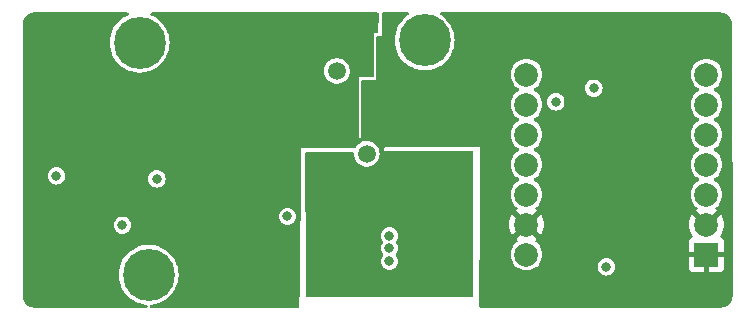
<source format=gbr>
%TF.GenerationSoftware,KiCad,Pcbnew,7.0.9*%
%TF.CreationDate,2024-04-30T03:57:03-04:00*%
%TF.ProjectId,5.2_5V,352e325f-3556-42e6-9b69-6361645f7063,rev?*%
%TF.SameCoordinates,Original*%
%TF.FileFunction,Copper,L2,Inr*%
%TF.FilePolarity,Positive*%
%FSLAX46Y46*%
G04 Gerber Fmt 4.6, Leading zero omitted, Abs format (unit mm)*
G04 Created by KiCad (PCBNEW 7.0.9) date 2024-04-30 03:57:03*
%MOMM*%
%LPD*%
G01*
G04 APERTURE LIST*
%TA.AperFunction,ComponentPad*%
%ADD10R,2.000000X2.000000*%
%TD*%
%TA.AperFunction,ComponentPad*%
%ADD11C,2.000000*%
%TD*%
%TA.AperFunction,ComponentPad*%
%ADD12C,4.400000*%
%TD*%
%TA.AperFunction,ViaPad*%
%ADD13C,0.800000*%
%TD*%
%TA.AperFunction,ViaPad*%
%ADD14C,1.500000*%
%TD*%
G04 APERTURE END LIST*
D10*
%TO.N,GND*%
%TO.C,U3*%
X183432500Y-52380000D03*
D11*
X183432500Y-49840000D03*
%TO.N,DRDY*%
X183432500Y-47300000D03*
%TO.N,CS*%
X183432500Y-44760000D03*
%TO.N,Net-(U3-PA8_A4_D4_SDA)*%
X183432500Y-42220000D03*
X183432500Y-39680000D03*
X183432500Y-37140000D03*
X168192500Y-37140000D03*
%TO.N,SCLK*%
X168192500Y-39680000D03*
%TO.N,DOUT*%
X168192500Y-42220000D03*
%TO.N,DIN*%
X168192500Y-44760000D03*
%TO.N,3V3*%
X168192500Y-47300000D03*
%TO.N,GND*%
X168192500Y-49840000D03*
%TO.N,Net-(D1-K)*%
X168192500Y-52380000D03*
%TD*%
D12*
%TO.N,N/C*%
%TO.C,H3*%
X159562800Y-34239200D03*
%TD*%
%TO.N,N/C*%
%TO.C,H2*%
X136194800Y-54102000D03*
%TD*%
%TO.N,N/C*%
%TO.C,H1*%
X135432800Y-34442400D03*
%TD*%
D13*
%TO.N,GND*%
X142494000Y-36195000D03*
%TO.N,5V*%
X128397000Y-45720000D03*
X174950000Y-53425000D03*
X147955000Y-49149000D03*
X156591000Y-50800000D03*
X136906000Y-45974000D03*
X156591000Y-51816000D03*
X156591000Y-52959000D03*
X133975000Y-49900000D03*
%TO.N,GND*%
X128016000Y-44323000D03*
X158877000Y-45974000D03*
X153150000Y-38925000D03*
X140462000Y-46228000D03*
X141732000Y-55753000D03*
X155075000Y-33100000D03*
X129875000Y-53594000D03*
X159131000Y-54864000D03*
X135382000Y-38608000D03*
X147193000Y-39116000D03*
X132470000Y-49493844D03*
X167375000Y-56150000D03*
X151892000Y-32639000D03*
X154425000Y-36825000D03*
X164829819Y-43958181D03*
D14*
%TO.N,Net-(PS2-+VIN_(VCC))*%
X154675700Y-43850700D03*
X152146000Y-36830000D03*
D13*
%TO.N,Net-(U3-PA8_A4_D4_SDA)*%
X170675000Y-39450000D03*
X173900000Y-38300000D03*
%TD*%
%TA.AperFunction,Conductor*%
%TO.N,GND*%
G36*
X134453973Y-31897185D02*
G01*
X134499728Y-31949989D01*
X134509672Y-32019147D01*
X134480647Y-32082703D01*
X134432581Y-32116792D01*
X134353243Y-32148203D01*
X134353242Y-32148204D01*
X134074210Y-32301604D01*
X134074198Y-32301611D01*
X133816618Y-32488754D01*
X133816608Y-32488762D01*
X133584499Y-32706727D01*
X133381531Y-32952073D01*
X133210923Y-33220909D01*
X133210920Y-33220915D01*
X133075351Y-33509012D01*
X133075349Y-33509017D01*
X132976955Y-33811841D01*
X132917289Y-34124620D01*
X132917288Y-34124627D01*
X132897297Y-34442394D01*
X132897297Y-34442405D01*
X132917288Y-34760172D01*
X132917289Y-34760179D01*
X132976955Y-35072958D01*
X133075349Y-35375782D01*
X133075351Y-35375787D01*
X133210920Y-35663884D01*
X133210923Y-35663890D01*
X133381531Y-35932726D01*
X133381534Y-35932730D01*
X133381535Y-35932731D01*
X133584498Y-36178071D01*
X133799517Y-36379988D01*
X133816608Y-36396037D01*
X133816618Y-36396045D01*
X134074198Y-36583188D01*
X134074203Y-36583190D01*
X134074210Y-36583196D01*
X134353235Y-36736592D01*
X134353240Y-36736594D01*
X134353242Y-36736595D01*
X134353243Y-36736596D01*
X134649282Y-36853806D01*
X134649285Y-36853807D01*
X134752088Y-36880202D01*
X134957694Y-36932992D01*
X135112380Y-36952533D01*
X135273584Y-36972899D01*
X135273590Y-36972899D01*
X135273594Y-36972900D01*
X135273596Y-36972900D01*
X135592004Y-36972900D01*
X135592006Y-36972900D01*
X135592011Y-36972899D01*
X135592015Y-36972899D01*
X135675876Y-36962304D01*
X135907906Y-36932992D01*
X136216314Y-36853807D01*
X136276444Y-36830000D01*
X151060871Y-36830000D01*
X151079346Y-37029391D01*
X151079347Y-37029393D01*
X151134145Y-37221989D01*
X151134151Y-37222004D01*
X151223401Y-37401241D01*
X151223406Y-37401249D01*
X151344081Y-37561049D01*
X151471386Y-37677102D01*
X151492064Y-37695952D01*
X151662316Y-37801368D01*
X151849040Y-37873705D01*
X152045877Y-37910500D01*
X152045879Y-37910500D01*
X152246121Y-37910500D01*
X152246123Y-37910500D01*
X152442960Y-37873705D01*
X152629684Y-37801368D01*
X152799936Y-37695952D01*
X152947920Y-37561047D01*
X153068595Y-37401247D01*
X153157853Y-37221994D01*
X153212653Y-37029392D01*
X153231129Y-36830000D01*
X153225541Y-36769700D01*
X153212653Y-36630608D01*
X153212652Y-36630606D01*
X153199162Y-36583195D01*
X153157853Y-36438006D01*
X153136955Y-36396037D01*
X153068598Y-36258758D01*
X153068593Y-36258750D01*
X152947918Y-36098950D01*
X152799937Y-35964049D01*
X152799936Y-35964048D01*
X152735101Y-35923903D01*
X152629685Y-35858632D01*
X152629683Y-35858631D01*
X152489741Y-35804418D01*
X152442960Y-35786295D01*
X152246123Y-35749500D01*
X152045877Y-35749500D01*
X151849040Y-35786295D01*
X151849037Y-35786295D01*
X151849037Y-35786296D01*
X151662316Y-35858631D01*
X151662314Y-35858632D01*
X151492062Y-35964049D01*
X151344081Y-36098950D01*
X151223406Y-36258750D01*
X151223401Y-36258758D01*
X151134151Y-36437995D01*
X151134145Y-36438010D01*
X151079347Y-36630606D01*
X151079346Y-36630608D01*
X151060871Y-36829999D01*
X151060871Y-36830000D01*
X136276444Y-36830000D01*
X136512356Y-36736596D01*
X136512357Y-36736595D01*
X136512355Y-36736595D01*
X136512365Y-36736592D01*
X136791390Y-36583196D01*
X137048990Y-36396039D01*
X137281102Y-36178071D01*
X137484065Y-35932731D01*
X137654678Y-35663888D01*
X137790251Y-35375781D01*
X137888646Y-35072954D01*
X137948310Y-34760183D01*
X137961094Y-34556983D01*
X137968303Y-34442405D01*
X137968303Y-34442394D01*
X137948311Y-34124627D01*
X137948310Y-34124620D01*
X137948310Y-34124617D01*
X137888646Y-33811846D01*
X137790251Y-33509019D01*
X137654678Y-33220912D01*
X137625263Y-33174561D01*
X137484068Y-32952073D01*
X137421962Y-32877000D01*
X137281102Y-32706729D01*
X137258281Y-32685299D01*
X137048991Y-32488762D01*
X137048981Y-32488754D01*
X136791401Y-32301611D01*
X136791394Y-32301606D01*
X136791390Y-32301604D01*
X136512365Y-32148208D01*
X136512362Y-32148206D01*
X136512357Y-32148204D01*
X136512356Y-32148203D01*
X136433019Y-32116792D01*
X136377933Y-32073811D01*
X136354830Y-32007872D01*
X136371043Y-31939910D01*
X136421426Y-31891502D01*
X136478666Y-31877500D01*
X155564979Y-31877500D01*
X155632018Y-31897185D01*
X155677773Y-31949989D01*
X155688953Y-32004047D01*
X155657529Y-33533547D01*
X155636471Y-33600168D01*
X155582739Y-33644829D01*
X155533555Y-33655000D01*
X155321000Y-33655000D01*
X155321000Y-37214000D01*
X155301315Y-37281039D01*
X155248511Y-37326794D01*
X155197000Y-37338000D01*
X154263679Y-37338000D01*
X154222131Y-37325800D01*
X154200000Y-37325800D01*
X154000000Y-37325800D01*
X154000000Y-42535800D01*
X154174999Y-42535800D01*
X154175000Y-42535800D01*
X154195342Y-38296647D01*
X154198131Y-37715405D01*
X154218137Y-37648461D01*
X154271160Y-37602960D01*
X154322130Y-37592000D01*
X155448000Y-37592000D01*
X155448000Y-34033000D01*
X155467685Y-33965961D01*
X155520489Y-33920206D01*
X155572000Y-33909000D01*
X155724712Y-33909000D01*
X155736004Y-33902834D01*
X155762362Y-33900000D01*
X155956000Y-33900000D01*
X155956000Y-32001500D01*
X155975685Y-31934461D01*
X156028489Y-31888706D01*
X156080000Y-31877500D01*
X158126625Y-31877500D01*
X158193664Y-31897185D01*
X158239419Y-31949989D01*
X158249363Y-32019147D01*
X158220338Y-32082703D01*
X158199510Y-32101818D01*
X157946618Y-32285554D01*
X157946608Y-32285562D01*
X157714499Y-32503527D01*
X157511531Y-32748873D01*
X157340923Y-33017709D01*
X157340920Y-33017715D01*
X157205351Y-33305812D01*
X157205349Y-33305817D01*
X157106955Y-33608641D01*
X157047289Y-33921420D01*
X157047288Y-33921427D01*
X157027297Y-34239194D01*
X157027297Y-34239205D01*
X157047288Y-34556972D01*
X157047289Y-34556979D01*
X157106955Y-34869758D01*
X157205349Y-35172582D01*
X157205351Y-35172587D01*
X157340920Y-35460684D01*
X157340923Y-35460690D01*
X157511531Y-35729526D01*
X157511534Y-35729530D01*
X157511535Y-35729531D01*
X157705544Y-35964048D01*
X157714499Y-35974872D01*
X157946608Y-36192837D01*
X157946618Y-36192845D01*
X158204198Y-36379988D01*
X158204203Y-36379990D01*
X158204210Y-36379996D01*
X158483235Y-36533392D01*
X158483240Y-36533394D01*
X158483242Y-36533395D01*
X158483243Y-36533396D01*
X158779282Y-36650606D01*
X158779285Y-36650607D01*
X158882088Y-36677002D01*
X159087694Y-36729792D01*
X159242380Y-36749333D01*
X159403584Y-36769699D01*
X159403590Y-36769699D01*
X159403594Y-36769700D01*
X159403596Y-36769700D01*
X159722004Y-36769700D01*
X159722006Y-36769700D01*
X159722011Y-36769699D01*
X159722015Y-36769699D01*
X159805876Y-36759104D01*
X160037906Y-36729792D01*
X160346314Y-36650607D01*
X160516575Y-36583196D01*
X160642356Y-36533396D01*
X160642357Y-36533395D01*
X160642355Y-36533395D01*
X160642365Y-36533392D01*
X160921390Y-36379996D01*
X161178990Y-36192839D01*
X161411102Y-35974871D01*
X161614065Y-35729531D01*
X161784678Y-35460688D01*
X161920251Y-35172581D01*
X162018646Y-34869754D01*
X162078310Y-34556983D01*
X162085519Y-34442400D01*
X162098303Y-34239205D01*
X162098303Y-34239194D01*
X162078311Y-33921427D01*
X162078310Y-33921420D01*
X162078310Y-33921417D01*
X162018646Y-33608646D01*
X161920251Y-33305819D01*
X161784678Y-33017712D01*
X161695697Y-32877500D01*
X161614068Y-32748873D01*
X161614065Y-32748869D01*
X161411102Y-32503529D01*
X161178990Y-32285561D01*
X161178987Y-32285559D01*
X161178981Y-32285554D01*
X160926090Y-32101818D01*
X160883424Y-32046488D01*
X160877445Y-31976875D01*
X160910051Y-31915080D01*
X160970889Y-31880723D01*
X160998975Y-31877500D01*
X184607793Y-31877500D01*
X184613195Y-31877735D01*
X184656019Y-31881482D01*
X184782271Y-31893918D01*
X184802185Y-31897541D01*
X184868849Y-31915403D01*
X184962070Y-31943682D01*
X184978471Y-31949958D01*
X184979348Y-31950367D01*
X185045911Y-31981406D01*
X185048875Y-31982888D01*
X185083696Y-32001500D01*
X185132827Y-32027762D01*
X185139167Y-32031657D01*
X185205328Y-32077983D01*
X185209100Y-32080844D01*
X185281308Y-32140103D01*
X185285809Y-32144182D01*
X185343315Y-32201688D01*
X185347395Y-32206190D01*
X185406654Y-32278398D01*
X185409515Y-32282170D01*
X185455841Y-32348331D01*
X185459736Y-32354671D01*
X185504601Y-32438605D01*
X185506114Y-32441631D01*
X185537540Y-32509027D01*
X185543819Y-32525435D01*
X185572101Y-32618669D01*
X185589954Y-32685299D01*
X185593582Y-32705238D01*
X185606023Y-32831554D01*
X185609764Y-32874302D01*
X185610000Y-32879710D01*
X185610000Y-32927916D01*
X185610089Y-32928738D01*
X185649495Y-55867355D01*
X185649259Y-55872869D01*
X185645489Y-55915952D01*
X185633109Y-56041756D01*
X185629480Y-56061706D01*
X185611460Y-56128961D01*
X185583374Y-56221542D01*
X185577098Y-56237946D01*
X185545482Y-56305752D01*
X185543969Y-56308778D01*
X185499340Y-56392277D01*
X185495445Y-56398617D01*
X185448905Y-56465089D01*
X185446044Y-56468861D01*
X185387057Y-56540744D01*
X185382968Y-56545257D01*
X185325226Y-56603002D01*
X185320716Y-56607089D01*
X185248845Y-56666079D01*
X185245075Y-56668940D01*
X185178606Y-56715491D01*
X185172264Y-56719387D01*
X185088765Y-56764025D01*
X185085742Y-56765537D01*
X185017937Y-56797162D01*
X185001529Y-56803442D01*
X184908956Y-56831534D01*
X184900731Y-56833738D01*
X184841692Y-56849563D01*
X184821757Y-56853193D01*
X184697205Y-56865474D01*
X184652608Y-56869381D01*
X184647201Y-56869618D01*
X164335015Y-56872022D01*
X164267973Y-56852345D01*
X164222212Y-56799547D01*
X164211000Y-56748022D01*
X164211000Y-56001466D01*
X164184171Y-55952333D01*
X164181340Y-55925061D01*
X164226457Y-49840005D01*
X166687359Y-49840005D01*
X166707885Y-50087729D01*
X166707887Y-50087738D01*
X166768912Y-50328717D01*
X166868766Y-50556364D01*
X166969064Y-50709882D01*
X167701366Y-49977580D01*
X167723818Y-50054040D01*
X167803105Y-50177413D01*
X167913938Y-50273451D01*
X168047339Y-50334373D01*
X168051134Y-50334918D01*
X167322442Y-51063609D01*
X167322442Y-51063610D01*
X167369264Y-51100053D01*
X167369267Y-51100055D01*
X167379762Y-51105734D01*
X167429354Y-51154952D01*
X167444464Y-51223168D01*
X167420294Y-51288724D01*
X167391872Y-51316364D01*
X167334006Y-51356882D01*
X167169386Y-51521502D01*
X167169381Y-51521508D01*
X167035852Y-51712207D01*
X167035851Y-51712209D01*
X166937464Y-51923202D01*
X166937460Y-51923211D01*
X166877208Y-52148076D01*
X166877208Y-52148080D01*
X166856918Y-52379997D01*
X166856918Y-52380002D01*
X166877208Y-52611919D01*
X166877208Y-52611923D01*
X166937460Y-52836788D01*
X166937462Y-52836792D01*
X166937463Y-52836796D01*
X166957850Y-52880515D01*
X167035851Y-53047790D01*
X167035852Y-53047792D01*
X167169381Y-53238491D01*
X167169386Y-53238497D01*
X167334002Y-53403113D01*
X167334008Y-53403118D01*
X167524707Y-53536647D01*
X167524709Y-53536648D01*
X167735704Y-53635037D01*
X167960579Y-53695292D01*
X168155182Y-53712317D01*
X168192498Y-53715582D01*
X168192500Y-53715582D01*
X168192502Y-53715582D01*
X168222561Y-53712951D01*
X168424421Y-53695292D01*
X168649296Y-53635037D01*
X168860291Y-53536648D01*
X169019737Y-53425003D01*
X174214878Y-53425003D01*
X174233307Y-53588574D01*
X174287676Y-53743953D01*
X174287677Y-53743955D01*
X174287678Y-53743957D01*
X174375258Y-53883341D01*
X174491659Y-53999742D01*
X174631043Y-54087322D01*
X174786420Y-54141691D01*
X174786423Y-54141691D01*
X174786425Y-54141692D01*
X174949996Y-54160122D01*
X174950000Y-54160122D01*
X174950004Y-54160122D01*
X175113574Y-54141692D01*
X175113575Y-54141691D01*
X175113580Y-54141691D01*
X175268957Y-54087322D01*
X175408341Y-53999742D01*
X175524742Y-53883341D01*
X175612322Y-53743957D01*
X175666691Y-53588580D01*
X175666692Y-53588574D01*
X175685122Y-53425003D01*
X175685122Y-53424996D01*
X175666692Y-53261425D01*
X175666691Y-53261423D01*
X175666691Y-53261420D01*
X175612322Y-53106043D01*
X175524742Y-52966659D01*
X175408341Y-52850258D01*
X175268957Y-52762678D01*
X175268956Y-52762677D01*
X175268955Y-52762677D01*
X175268953Y-52762676D01*
X175113574Y-52708307D01*
X174950004Y-52689878D01*
X174949996Y-52689878D01*
X174786425Y-52708307D01*
X174631046Y-52762676D01*
X174631044Y-52762677D01*
X174491658Y-52850258D01*
X174375258Y-52966658D01*
X174287677Y-53106044D01*
X174287676Y-53106046D01*
X174233307Y-53261425D01*
X174214878Y-53424996D01*
X174214878Y-53425003D01*
X169019737Y-53425003D01*
X169050996Y-53403115D01*
X169215615Y-53238496D01*
X169349148Y-53047791D01*
X169447537Y-52836796D01*
X169507792Y-52611921D01*
X169528082Y-52380000D01*
X169507792Y-52148079D01*
X169447537Y-51923204D01*
X169349148Y-51712209D01*
X169334012Y-51690593D01*
X169215618Y-51521508D01*
X169215613Y-51521502D01*
X169050997Y-51356886D01*
X169050988Y-51356878D01*
X168993128Y-51316364D01*
X168949503Y-51261787D01*
X168942311Y-51192289D01*
X168973834Y-51129934D01*
X169005240Y-51105732D01*
X169015732Y-51100054D01*
X169062556Y-51063609D01*
X168333865Y-50334918D01*
X168337661Y-50334373D01*
X168471062Y-50273451D01*
X168581895Y-50177413D01*
X168661182Y-50054040D01*
X168683632Y-49977580D01*
X169415934Y-50709882D01*
X169516231Y-50556369D01*
X169616087Y-50328717D01*
X169677112Y-50087738D01*
X169677114Y-50087729D01*
X169697641Y-49840005D01*
X181927359Y-49840005D01*
X181947885Y-50087729D01*
X181947887Y-50087738D01*
X182008912Y-50328717D01*
X182108767Y-50556367D01*
X182239959Y-50757172D01*
X182260146Y-50824061D01*
X182240966Y-50891247D01*
X182195582Y-50933822D01*
X182190412Y-50936645D01*
X182075312Y-51022809D01*
X182075309Y-51022812D01*
X181989149Y-51137906D01*
X181989145Y-51137913D01*
X181938903Y-51272620D01*
X181938901Y-51272627D01*
X181932500Y-51332155D01*
X181932500Y-52130000D01*
X182986928Y-52130000D01*
X182963818Y-52165960D01*
X182922500Y-52306673D01*
X182922500Y-52453327D01*
X182963818Y-52594040D01*
X182986928Y-52630000D01*
X181932500Y-52630000D01*
X181932500Y-53427844D01*
X181938901Y-53487372D01*
X181938903Y-53487379D01*
X181989145Y-53622086D01*
X181989149Y-53622093D01*
X182075309Y-53737187D01*
X182075312Y-53737190D01*
X182190406Y-53823350D01*
X182190413Y-53823354D01*
X182325120Y-53873596D01*
X182325127Y-53873598D01*
X182384655Y-53879999D01*
X182384672Y-53880000D01*
X183182500Y-53880000D01*
X183182500Y-52826494D01*
X183287339Y-52874373D01*
X183396027Y-52890000D01*
X183468973Y-52890000D01*
X183577661Y-52874373D01*
X183682500Y-52826494D01*
X183682500Y-53880000D01*
X184480328Y-53880000D01*
X184480344Y-53879999D01*
X184539872Y-53873598D01*
X184539879Y-53873596D01*
X184674586Y-53823354D01*
X184674593Y-53823350D01*
X184789687Y-53737190D01*
X184789690Y-53737187D01*
X184875850Y-53622093D01*
X184875854Y-53622086D01*
X184926096Y-53487379D01*
X184926098Y-53487372D01*
X184932499Y-53427844D01*
X184932500Y-53427827D01*
X184932500Y-52630000D01*
X183878072Y-52630000D01*
X183901182Y-52594040D01*
X183942500Y-52453327D01*
X183942500Y-52306673D01*
X183901182Y-52165960D01*
X183878072Y-52130000D01*
X184932500Y-52130000D01*
X184932500Y-51332172D01*
X184932499Y-51332155D01*
X184926098Y-51272627D01*
X184926096Y-51272620D01*
X184875854Y-51137913D01*
X184875850Y-51137906D01*
X184789690Y-51022812D01*
X184789687Y-51022809D01*
X184674588Y-50936645D01*
X184669421Y-50933824D01*
X184620016Y-50884418D01*
X184605165Y-50816145D01*
X184625040Y-50757171D01*
X184756233Y-50556364D01*
X184856087Y-50328717D01*
X184917112Y-50087738D01*
X184917114Y-50087729D01*
X184937641Y-49840005D01*
X184937641Y-49839994D01*
X184917114Y-49592270D01*
X184917112Y-49592261D01*
X184856087Y-49351282D01*
X184756231Y-49123630D01*
X184655934Y-48970116D01*
X183923632Y-49702418D01*
X183901182Y-49625960D01*
X183821895Y-49502587D01*
X183711062Y-49406549D01*
X183577661Y-49345627D01*
X183573866Y-49345081D01*
X184302557Y-48616390D01*
X184302556Y-48616389D01*
X184255729Y-48579943D01*
X184245235Y-48574264D01*
X184195644Y-48525044D01*
X184180536Y-48456828D01*
X184204706Y-48391272D01*
X184233129Y-48363634D01*
X184243871Y-48356111D01*
X184290996Y-48323115D01*
X184455615Y-48158496D01*
X184589148Y-47967791D01*
X184687537Y-47756796D01*
X184747792Y-47531921D01*
X184768082Y-47300000D01*
X184747792Y-47068079D01*
X184687537Y-46843204D01*
X184589148Y-46632209D01*
X184465150Y-46455122D01*
X184455618Y-46441508D01*
X184455613Y-46441502D01*
X184290997Y-46276886D01*
X184290991Y-46276881D01*
X184100292Y-46143352D01*
X184098213Y-46142383D01*
X184097451Y-46141712D01*
X184095601Y-46140644D01*
X184095815Y-46140272D01*
X184045773Y-46096211D01*
X184026620Y-46029018D01*
X184046835Y-45962136D01*
X184095802Y-45919705D01*
X184095601Y-45919356D01*
X184097414Y-45918309D01*
X184098213Y-45917617D01*
X184098230Y-45917608D01*
X184100291Y-45916648D01*
X184290996Y-45783115D01*
X184455615Y-45618496D01*
X184589148Y-45427791D01*
X184687537Y-45216796D01*
X184747792Y-44991921D01*
X184768082Y-44760000D01*
X184747792Y-44528079D01*
X184687537Y-44303204D01*
X184589148Y-44092209D01*
X184559657Y-44050092D01*
X184455618Y-43901508D01*
X184455613Y-43901502D01*
X184290997Y-43736886D01*
X184290991Y-43736881D01*
X184100292Y-43603352D01*
X184098213Y-43602383D01*
X184097451Y-43601712D01*
X184095601Y-43600644D01*
X184095815Y-43600272D01*
X184045773Y-43556211D01*
X184026620Y-43489018D01*
X184046835Y-43422136D01*
X184095802Y-43379705D01*
X184095601Y-43379356D01*
X184097414Y-43378309D01*
X184098213Y-43377617D01*
X184098230Y-43377608D01*
X184100291Y-43376648D01*
X184290996Y-43243115D01*
X184455615Y-43078496D01*
X184589148Y-42887791D01*
X184687537Y-42676796D01*
X184747792Y-42451921D01*
X184768082Y-42220000D01*
X184747792Y-41988079D01*
X184687537Y-41763204D01*
X184589148Y-41552209D01*
X184455615Y-41361504D01*
X184290996Y-41196885D01*
X184290994Y-41196884D01*
X184290991Y-41196881D01*
X184100292Y-41063352D01*
X184098213Y-41062383D01*
X184097451Y-41061712D01*
X184095601Y-41060644D01*
X184095815Y-41060272D01*
X184045773Y-41016211D01*
X184026620Y-40949018D01*
X184046835Y-40882136D01*
X184095802Y-40839705D01*
X184095601Y-40839356D01*
X184097414Y-40838309D01*
X184098213Y-40837617D01*
X184098230Y-40837608D01*
X184100291Y-40836648D01*
X184290996Y-40703115D01*
X184455615Y-40538496D01*
X184589148Y-40347791D01*
X184687537Y-40136796D01*
X184747792Y-39911921D01*
X184768082Y-39680000D01*
X184747792Y-39448079D01*
X184687537Y-39223204D01*
X184589148Y-39012209D01*
X184554217Y-38962323D01*
X184455618Y-38821508D01*
X184455613Y-38821502D01*
X184290997Y-38656886D01*
X184290991Y-38656881D01*
X184100292Y-38523352D01*
X184098213Y-38522383D01*
X184097451Y-38521712D01*
X184095601Y-38520644D01*
X184095815Y-38520272D01*
X184045773Y-38476211D01*
X184026620Y-38409018D01*
X184046835Y-38342136D01*
X184095802Y-38299705D01*
X184095601Y-38299356D01*
X184097414Y-38298309D01*
X184098213Y-38297617D01*
X184098230Y-38297608D01*
X184100291Y-38296648D01*
X184290996Y-38163115D01*
X184455615Y-37998496D01*
X184589148Y-37807791D01*
X184687537Y-37596796D01*
X184747792Y-37371921D01*
X184768082Y-37140000D01*
X184747792Y-36908079D01*
X184687537Y-36683204D01*
X184589148Y-36472209D01*
X184535817Y-36396045D01*
X184455618Y-36281508D01*
X184455613Y-36281502D01*
X184290997Y-36116886D01*
X184290991Y-36116881D01*
X184100292Y-35983352D01*
X184100290Y-35983351D01*
X183991724Y-35932726D01*
X183889296Y-35884963D01*
X183889292Y-35884962D01*
X183889288Y-35884960D01*
X183664421Y-35824708D01*
X183432502Y-35804418D01*
X183432498Y-35804418D01*
X183277886Y-35817944D01*
X183200579Y-35824708D01*
X183200576Y-35824708D01*
X182975711Y-35884960D01*
X182975702Y-35884964D01*
X182764709Y-35983351D01*
X182764707Y-35983352D01*
X182574008Y-36116881D01*
X182574002Y-36116886D01*
X182409386Y-36281502D01*
X182409381Y-36281508D01*
X182275852Y-36472207D01*
X182275851Y-36472209D01*
X182177464Y-36683202D01*
X182177460Y-36683211D01*
X182117208Y-36908076D01*
X182117208Y-36908080D01*
X182096918Y-37139997D01*
X182096918Y-37140002D01*
X182117208Y-37371919D01*
X182117208Y-37371923D01*
X182177460Y-37596788D01*
X182177462Y-37596792D01*
X182177463Y-37596796D01*
X182196527Y-37637678D01*
X182275851Y-37807790D01*
X182275852Y-37807792D01*
X182397166Y-37981046D01*
X182409385Y-37998496D01*
X182574004Y-38163115D01*
X182764709Y-38296648D01*
X182766202Y-38297344D01*
X182766793Y-38297620D01*
X182767556Y-38298291D01*
X182769399Y-38299356D01*
X182769185Y-38299726D01*
X182819230Y-38343795D01*
X182838379Y-38410989D01*
X182818160Y-38477869D01*
X182769198Y-38520295D01*
X182769399Y-38520644D01*
X182767593Y-38521686D01*
X182766793Y-38522380D01*
X182764708Y-38523352D01*
X182764707Y-38523352D01*
X182574008Y-38656881D01*
X182574002Y-38656886D01*
X182409386Y-38821502D01*
X182409381Y-38821508D01*
X182275852Y-39012207D01*
X182275851Y-39012209D01*
X182177464Y-39223202D01*
X182177460Y-39223211D01*
X182117208Y-39448076D01*
X182117208Y-39448080D01*
X182096918Y-39679997D01*
X182096918Y-39680002D01*
X182117208Y-39911919D01*
X182117208Y-39911923D01*
X182177460Y-40136788D01*
X182177462Y-40136792D01*
X182177463Y-40136796D01*
X182191404Y-40166692D01*
X182275851Y-40347790D01*
X182275852Y-40347792D01*
X182409381Y-40538491D01*
X182409385Y-40538496D01*
X182574004Y-40703115D01*
X182764709Y-40836648D01*
X182766202Y-40837344D01*
X182766793Y-40837620D01*
X182767556Y-40838291D01*
X182769399Y-40839356D01*
X182769185Y-40839726D01*
X182819230Y-40883795D01*
X182838379Y-40950989D01*
X182818160Y-41017869D01*
X182769198Y-41060295D01*
X182769399Y-41060644D01*
X182767593Y-41061686D01*
X182766793Y-41062380D01*
X182764708Y-41063352D01*
X182764707Y-41063352D01*
X182574008Y-41196881D01*
X182574002Y-41196886D01*
X182409386Y-41361502D01*
X182409381Y-41361508D01*
X182275852Y-41552207D01*
X182275851Y-41552209D01*
X182177464Y-41763202D01*
X182177460Y-41763211D01*
X182117208Y-41988076D01*
X182117208Y-41988080D01*
X182096918Y-42219997D01*
X182096918Y-42220002D01*
X182117208Y-42451919D01*
X182117208Y-42451923D01*
X182177460Y-42676788D01*
X182177462Y-42676792D01*
X182177463Y-42676796D01*
X182221018Y-42770200D01*
X182275851Y-42887790D01*
X182275852Y-42887792D01*
X182409381Y-43078491D01*
X182409385Y-43078496D01*
X182574004Y-43243115D01*
X182764709Y-43376648D01*
X182766202Y-43377344D01*
X182766793Y-43377620D01*
X182767556Y-43378291D01*
X182769399Y-43379356D01*
X182769185Y-43379726D01*
X182819230Y-43423795D01*
X182838379Y-43490989D01*
X182818160Y-43557869D01*
X182769198Y-43600295D01*
X182769399Y-43600644D01*
X182767593Y-43601686D01*
X182766793Y-43602380D01*
X182764708Y-43603352D01*
X182764707Y-43603352D01*
X182574008Y-43736881D01*
X182574002Y-43736886D01*
X182409386Y-43901502D01*
X182409381Y-43901508D01*
X182275852Y-44092207D01*
X182275851Y-44092209D01*
X182177464Y-44303202D01*
X182177460Y-44303211D01*
X182117208Y-44528076D01*
X182117208Y-44528080D01*
X182100711Y-44716650D01*
X182096918Y-44760000D01*
X182108676Y-44894403D01*
X182117208Y-44991919D01*
X182117208Y-44991923D01*
X182177460Y-45216788D01*
X182177462Y-45216792D01*
X182177463Y-45216796D01*
X182221707Y-45311677D01*
X182275851Y-45427790D01*
X182275852Y-45427792D01*
X182409381Y-45618491D01*
X182409386Y-45618497D01*
X182574002Y-45783113D01*
X182574008Y-45783118D01*
X182613007Y-45810425D01*
X182764709Y-45916648D01*
X182766202Y-45917344D01*
X182766793Y-45917620D01*
X182767556Y-45918291D01*
X182769399Y-45919356D01*
X182769185Y-45919726D01*
X182819230Y-45963795D01*
X182838379Y-46030989D01*
X182818160Y-46097869D01*
X182769198Y-46140295D01*
X182769399Y-46140644D01*
X182767593Y-46141686D01*
X182766793Y-46142380D01*
X182764708Y-46143352D01*
X182764707Y-46143352D01*
X182574008Y-46276881D01*
X182574002Y-46276886D01*
X182409386Y-46441502D01*
X182409381Y-46441508D01*
X182275852Y-46632207D01*
X182275851Y-46632209D01*
X182177464Y-46843202D01*
X182177460Y-46843211D01*
X182117208Y-47068076D01*
X182117208Y-47068080D01*
X182096918Y-47299997D01*
X182096918Y-47300002D01*
X182117208Y-47531919D01*
X182117208Y-47531923D01*
X182177460Y-47756788D01*
X182177462Y-47756792D01*
X182177463Y-47756796D01*
X182226657Y-47862293D01*
X182275851Y-47967790D01*
X182275852Y-47967792D01*
X182409381Y-48158491D01*
X182409386Y-48158497D01*
X182574002Y-48323113D01*
X182574008Y-48323118D01*
X182631870Y-48363633D01*
X182675495Y-48418209D01*
X182682689Y-48487708D01*
X182651167Y-48550063D01*
X182619773Y-48574258D01*
X182609268Y-48579943D01*
X182562442Y-48616388D01*
X182562442Y-48616390D01*
X183291134Y-49345081D01*
X183287339Y-49345627D01*
X183153938Y-49406549D01*
X183043105Y-49502587D01*
X182963818Y-49625960D01*
X182941366Y-49702419D01*
X182209064Y-48970116D01*
X182108767Y-49123632D01*
X182008912Y-49351282D01*
X181947887Y-49592261D01*
X181947885Y-49592270D01*
X181927359Y-49839994D01*
X181927359Y-49840005D01*
X169697641Y-49840005D01*
X169697641Y-49839994D01*
X169677114Y-49592270D01*
X169677112Y-49592261D01*
X169616087Y-49351282D01*
X169516231Y-49123630D01*
X169415934Y-48970116D01*
X168683632Y-49702418D01*
X168661182Y-49625960D01*
X168581895Y-49502587D01*
X168471062Y-49406549D01*
X168337661Y-49345627D01*
X168333866Y-49345081D01*
X169062557Y-48616390D01*
X169062556Y-48616389D01*
X169015729Y-48579943D01*
X169005235Y-48574264D01*
X168955644Y-48525044D01*
X168940536Y-48456828D01*
X168964706Y-48391272D01*
X168993129Y-48363634D01*
X169003871Y-48356111D01*
X169050996Y-48323115D01*
X169215615Y-48158496D01*
X169349148Y-47967791D01*
X169447537Y-47756796D01*
X169507792Y-47531921D01*
X169528082Y-47300000D01*
X169507792Y-47068079D01*
X169447537Y-46843204D01*
X169349148Y-46632209D01*
X169225150Y-46455122D01*
X169215618Y-46441508D01*
X169215613Y-46441502D01*
X169050997Y-46276886D01*
X169050991Y-46276881D01*
X168860292Y-46143352D01*
X168858213Y-46142383D01*
X168857451Y-46141712D01*
X168855601Y-46140644D01*
X168855815Y-46140272D01*
X168805773Y-46096211D01*
X168786620Y-46029018D01*
X168806835Y-45962136D01*
X168855802Y-45919705D01*
X168855601Y-45919356D01*
X168857414Y-45918309D01*
X168858213Y-45917617D01*
X168858230Y-45917608D01*
X168860291Y-45916648D01*
X169050996Y-45783115D01*
X169215615Y-45618496D01*
X169349148Y-45427791D01*
X169447537Y-45216796D01*
X169507792Y-44991921D01*
X169528082Y-44760000D01*
X169507792Y-44528079D01*
X169447537Y-44303204D01*
X169349148Y-44092209D01*
X169319657Y-44050092D01*
X169215618Y-43901508D01*
X169215613Y-43901502D01*
X169050997Y-43736886D01*
X169050991Y-43736881D01*
X168860292Y-43603352D01*
X168858213Y-43602383D01*
X168857451Y-43601712D01*
X168855601Y-43600644D01*
X168855815Y-43600272D01*
X168805773Y-43556211D01*
X168786620Y-43489018D01*
X168806835Y-43422136D01*
X168855802Y-43379705D01*
X168855601Y-43379356D01*
X168857414Y-43378309D01*
X168858213Y-43377617D01*
X168858230Y-43377608D01*
X168860291Y-43376648D01*
X169050996Y-43243115D01*
X169215615Y-43078496D01*
X169349148Y-42887791D01*
X169447537Y-42676796D01*
X169507792Y-42451921D01*
X169528082Y-42220000D01*
X169507792Y-41988079D01*
X169447537Y-41763204D01*
X169349148Y-41552209D01*
X169215615Y-41361504D01*
X169050996Y-41196885D01*
X169050994Y-41196884D01*
X169050991Y-41196881D01*
X168860292Y-41063352D01*
X168858213Y-41062383D01*
X168857451Y-41061712D01*
X168855601Y-41060644D01*
X168855815Y-41060272D01*
X168805773Y-41016211D01*
X168786620Y-40949018D01*
X168806835Y-40882136D01*
X168855802Y-40839705D01*
X168855601Y-40839356D01*
X168857414Y-40838309D01*
X168858213Y-40837617D01*
X168858230Y-40837608D01*
X168860291Y-40836648D01*
X169050996Y-40703115D01*
X169215615Y-40538496D01*
X169349148Y-40347791D01*
X169447537Y-40136796D01*
X169507792Y-39911921D01*
X169528082Y-39680000D01*
X169507960Y-39450003D01*
X169939878Y-39450003D01*
X169958307Y-39613574D01*
X170012676Y-39768953D01*
X170012677Y-39768955D01*
X170012678Y-39768957D01*
X170100258Y-39908341D01*
X170216659Y-40024742D01*
X170356043Y-40112322D01*
X170511420Y-40166691D01*
X170511423Y-40166691D01*
X170511425Y-40166692D01*
X170674996Y-40185122D01*
X170675000Y-40185122D01*
X170675004Y-40185122D01*
X170838574Y-40166692D01*
X170838575Y-40166691D01*
X170838580Y-40166691D01*
X170993957Y-40112322D01*
X171133341Y-40024742D01*
X171249742Y-39908341D01*
X171337322Y-39768957D01*
X171391691Y-39613580D01*
X171410122Y-39450000D01*
X171409905Y-39448076D01*
X171391692Y-39286425D01*
X171391691Y-39286423D01*
X171391691Y-39286420D01*
X171337322Y-39131043D01*
X171249742Y-38991659D01*
X171133341Y-38875258D01*
X170993957Y-38787678D01*
X170993956Y-38787677D01*
X170993955Y-38787677D01*
X170993953Y-38787676D01*
X170838574Y-38733307D01*
X170675004Y-38714878D01*
X170674996Y-38714878D01*
X170511425Y-38733307D01*
X170356046Y-38787676D01*
X170356044Y-38787677D01*
X170216658Y-38875258D01*
X170100258Y-38991658D01*
X170012677Y-39131044D01*
X170012676Y-39131046D01*
X169958307Y-39286425D01*
X169939878Y-39449996D01*
X169939878Y-39450003D01*
X169507960Y-39450003D01*
X169507792Y-39448079D01*
X169447537Y-39223204D01*
X169349148Y-39012209D01*
X169314217Y-38962323D01*
X169215618Y-38821508D01*
X169215613Y-38821502D01*
X169050997Y-38656886D01*
X169050991Y-38656881D01*
X168860292Y-38523352D01*
X168858213Y-38522383D01*
X168857451Y-38521712D01*
X168855601Y-38520644D01*
X168855815Y-38520272D01*
X168805773Y-38476211D01*
X168786620Y-38409018D01*
X168806835Y-38342136D01*
X168855458Y-38300003D01*
X173164878Y-38300003D01*
X173183307Y-38463574D01*
X173237676Y-38618953D01*
X173237677Y-38618955D01*
X173237678Y-38618957D01*
X173325258Y-38758341D01*
X173441659Y-38874742D01*
X173581043Y-38962322D01*
X173736420Y-39016691D01*
X173736423Y-39016691D01*
X173736425Y-39016692D01*
X173899996Y-39035122D01*
X173900000Y-39035122D01*
X173900004Y-39035122D01*
X174063574Y-39016692D01*
X174063575Y-39016691D01*
X174063580Y-39016691D01*
X174218957Y-38962322D01*
X174358341Y-38874742D01*
X174474742Y-38758341D01*
X174562322Y-38618957D01*
X174616691Y-38463580D01*
X174624414Y-38395037D01*
X174635122Y-38300003D01*
X174635122Y-38299996D01*
X174616692Y-38136425D01*
X174616691Y-38136423D01*
X174616691Y-38136420D01*
X174562322Y-37981043D01*
X174474742Y-37841659D01*
X174358341Y-37725258D01*
X174218957Y-37637678D01*
X174218956Y-37637677D01*
X174218955Y-37637677D01*
X174218953Y-37637676D01*
X174063574Y-37583307D01*
X173900004Y-37564878D01*
X173899996Y-37564878D01*
X173736425Y-37583307D01*
X173581046Y-37637676D01*
X173581044Y-37637677D01*
X173441658Y-37725258D01*
X173325258Y-37841658D01*
X173237677Y-37981044D01*
X173237676Y-37981046D01*
X173183307Y-38136425D01*
X173164878Y-38299996D01*
X173164878Y-38300003D01*
X168855458Y-38300003D01*
X168855802Y-38299705D01*
X168855601Y-38299356D01*
X168857414Y-38298309D01*
X168858213Y-38297617D01*
X168858230Y-38297608D01*
X168860291Y-38296648D01*
X169050996Y-38163115D01*
X169215615Y-37998496D01*
X169349148Y-37807791D01*
X169447537Y-37596796D01*
X169507792Y-37371921D01*
X169528082Y-37140000D01*
X169507792Y-36908079D01*
X169447537Y-36683204D01*
X169349148Y-36472209D01*
X169295817Y-36396045D01*
X169215618Y-36281508D01*
X169215613Y-36281502D01*
X169050997Y-36116886D01*
X169050991Y-36116881D01*
X168860292Y-35983352D01*
X168860290Y-35983351D01*
X168751724Y-35932726D01*
X168649296Y-35884963D01*
X168649292Y-35884962D01*
X168649288Y-35884960D01*
X168424421Y-35824708D01*
X168192502Y-35804418D01*
X168192498Y-35804418D01*
X168037886Y-35817944D01*
X167960579Y-35824708D01*
X167960576Y-35824708D01*
X167735711Y-35884960D01*
X167735702Y-35884964D01*
X167524709Y-35983351D01*
X167524707Y-35983352D01*
X167334008Y-36116881D01*
X167334002Y-36116886D01*
X167169386Y-36281502D01*
X167169381Y-36281508D01*
X167035852Y-36472207D01*
X167035851Y-36472209D01*
X166937464Y-36683202D01*
X166937460Y-36683211D01*
X166877208Y-36908076D01*
X166877208Y-36908080D01*
X166856918Y-37139997D01*
X166856918Y-37140002D01*
X166877208Y-37371919D01*
X166877208Y-37371923D01*
X166937460Y-37596788D01*
X166937462Y-37596792D01*
X166937463Y-37596796D01*
X166956527Y-37637678D01*
X167035851Y-37807790D01*
X167035852Y-37807792D01*
X167157166Y-37981046D01*
X167169385Y-37998496D01*
X167334004Y-38163115D01*
X167524709Y-38296648D01*
X167526202Y-38297344D01*
X167526793Y-38297620D01*
X167527556Y-38298291D01*
X167529399Y-38299356D01*
X167529185Y-38299726D01*
X167579230Y-38343795D01*
X167598379Y-38410989D01*
X167578160Y-38477869D01*
X167529198Y-38520295D01*
X167529399Y-38520644D01*
X167527593Y-38521686D01*
X167526793Y-38522380D01*
X167524708Y-38523352D01*
X167524707Y-38523352D01*
X167334008Y-38656881D01*
X167334002Y-38656886D01*
X167169386Y-38821502D01*
X167169381Y-38821508D01*
X167035852Y-39012207D01*
X167035851Y-39012209D01*
X166937464Y-39223202D01*
X166937460Y-39223211D01*
X166877208Y-39448076D01*
X166877208Y-39448080D01*
X166856918Y-39679997D01*
X166856918Y-39680002D01*
X166877208Y-39911919D01*
X166877208Y-39911923D01*
X166937460Y-40136788D01*
X166937462Y-40136792D01*
X166937463Y-40136796D01*
X166951404Y-40166692D01*
X167035851Y-40347790D01*
X167035852Y-40347792D01*
X167169381Y-40538491D01*
X167169385Y-40538496D01*
X167334004Y-40703115D01*
X167524709Y-40836648D01*
X167526202Y-40837344D01*
X167526793Y-40837620D01*
X167527556Y-40838291D01*
X167529399Y-40839356D01*
X167529185Y-40839726D01*
X167579230Y-40883795D01*
X167598379Y-40950989D01*
X167578160Y-41017869D01*
X167529198Y-41060295D01*
X167529399Y-41060644D01*
X167527593Y-41061686D01*
X167526793Y-41062380D01*
X167524708Y-41063352D01*
X167524707Y-41063352D01*
X167334008Y-41196881D01*
X167334002Y-41196886D01*
X167169386Y-41361502D01*
X167169381Y-41361508D01*
X167035852Y-41552207D01*
X167035851Y-41552209D01*
X166937464Y-41763202D01*
X166937460Y-41763211D01*
X166877208Y-41988076D01*
X166877208Y-41988080D01*
X166856918Y-42219997D01*
X166856918Y-42220002D01*
X166877208Y-42451919D01*
X166877208Y-42451923D01*
X166937460Y-42676788D01*
X166937462Y-42676792D01*
X166937463Y-42676796D01*
X166981018Y-42770200D01*
X167035851Y-42887790D01*
X167035852Y-42887792D01*
X167169381Y-43078491D01*
X167169385Y-43078496D01*
X167334004Y-43243115D01*
X167524709Y-43376648D01*
X167526202Y-43377344D01*
X167526793Y-43377620D01*
X167527556Y-43378291D01*
X167529399Y-43379356D01*
X167529185Y-43379726D01*
X167579230Y-43423795D01*
X167598379Y-43490989D01*
X167578160Y-43557869D01*
X167529198Y-43600295D01*
X167529399Y-43600644D01*
X167527593Y-43601686D01*
X167526793Y-43602380D01*
X167524708Y-43603352D01*
X167524707Y-43603352D01*
X167334008Y-43736881D01*
X167334002Y-43736886D01*
X167169386Y-43901502D01*
X167169381Y-43901508D01*
X167035852Y-44092207D01*
X167035851Y-44092209D01*
X166937464Y-44303202D01*
X166937460Y-44303211D01*
X166877208Y-44528076D01*
X166877208Y-44528080D01*
X166860711Y-44716650D01*
X166856918Y-44760000D01*
X166868676Y-44894403D01*
X166877208Y-44991919D01*
X166877208Y-44991923D01*
X166937460Y-45216788D01*
X166937462Y-45216792D01*
X166937463Y-45216796D01*
X166981707Y-45311677D01*
X167035851Y-45427790D01*
X167035852Y-45427792D01*
X167169381Y-45618491D01*
X167169386Y-45618497D01*
X167334002Y-45783113D01*
X167334008Y-45783118D01*
X167373007Y-45810425D01*
X167524709Y-45916648D01*
X167526202Y-45917344D01*
X167526793Y-45917620D01*
X167527556Y-45918291D01*
X167529399Y-45919356D01*
X167529185Y-45919726D01*
X167579230Y-45963795D01*
X167598379Y-46030989D01*
X167578160Y-46097869D01*
X167529198Y-46140295D01*
X167529399Y-46140644D01*
X167527593Y-46141686D01*
X167526793Y-46142380D01*
X167524708Y-46143352D01*
X167524707Y-46143352D01*
X167334008Y-46276881D01*
X167334002Y-46276886D01*
X167169386Y-46441502D01*
X167169381Y-46441508D01*
X167035852Y-46632207D01*
X167035851Y-46632209D01*
X166937464Y-46843202D01*
X166937460Y-46843211D01*
X166877208Y-47068076D01*
X166877208Y-47068080D01*
X166856918Y-47299997D01*
X166856918Y-47300002D01*
X166877208Y-47531919D01*
X166877208Y-47531923D01*
X166937460Y-47756788D01*
X166937462Y-47756792D01*
X166937463Y-47756796D01*
X166986657Y-47862293D01*
X167035851Y-47967790D01*
X167035852Y-47967792D01*
X167169381Y-48158491D01*
X167169386Y-48158497D01*
X167334002Y-48323113D01*
X167334008Y-48323118D01*
X167391870Y-48363633D01*
X167435495Y-48418209D01*
X167442689Y-48487708D01*
X167411167Y-48550063D01*
X167379773Y-48574258D01*
X167369268Y-48579943D01*
X167322442Y-48616388D01*
X167322442Y-48616390D01*
X168051134Y-49345081D01*
X168047339Y-49345627D01*
X167913938Y-49406549D01*
X167803105Y-49502587D01*
X167723818Y-49625960D01*
X167701367Y-49702419D01*
X166969064Y-48970116D01*
X166868767Y-49123632D01*
X166768912Y-49351282D01*
X166707887Y-49592261D01*
X166707885Y-49592270D01*
X166687359Y-49839994D01*
X166687359Y-49840005D01*
X164226457Y-49840005D01*
X164272291Y-43658255D01*
X164287200Y-43608838D01*
X164287200Y-43303766D01*
X164276425Y-43293000D01*
X164275000Y-43293000D01*
X163696000Y-43293000D01*
X163675276Y-43293000D01*
X163659437Y-43301589D01*
X163633540Y-43304347D01*
X156200000Y-43310965D01*
X156139999Y-43380966D01*
X156143380Y-43388316D01*
X156154696Y-43442744D01*
X156150999Y-43617965D01*
X156151000Y-43617966D01*
X163569231Y-43595171D01*
X163636330Y-43614649D01*
X163682247Y-43667312D01*
X163693609Y-43719864D01*
X163625528Y-55883694D01*
X163605469Y-55950622D01*
X163552409Y-55996081D01*
X163501530Y-56007000D01*
X149617049Y-56007000D01*
X149550010Y-55987315D01*
X149504255Y-55934511D01*
X149493049Y-55883226D01*
X149487728Y-52959003D01*
X155855878Y-52959003D01*
X155874307Y-53122574D01*
X155928676Y-53277953D01*
X155928677Y-53277955D01*
X155928678Y-53277957D01*
X156016258Y-53417341D01*
X156132659Y-53533742D01*
X156272043Y-53621322D01*
X156427420Y-53675691D01*
X156427423Y-53675691D01*
X156427425Y-53675692D01*
X156590996Y-53694122D01*
X156591000Y-53694122D01*
X156591004Y-53694122D01*
X156754574Y-53675692D01*
X156754575Y-53675691D01*
X156754580Y-53675691D01*
X156909957Y-53621322D01*
X157049341Y-53533742D01*
X157165742Y-53417341D01*
X157253322Y-53277957D01*
X157307691Y-53122580D01*
X157309554Y-53106044D01*
X157326122Y-52959003D01*
X157326122Y-52958996D01*
X157307692Y-52795425D01*
X157307691Y-52795423D01*
X157307691Y-52795420D01*
X157253322Y-52640043D01*
X157165742Y-52500659D01*
X157140264Y-52475181D01*
X157106779Y-52413858D01*
X157111763Y-52344166D01*
X157140264Y-52299819D01*
X157165742Y-52274341D01*
X157253322Y-52134957D01*
X157307691Y-51979580D01*
X157309761Y-51961211D01*
X157326122Y-51816003D01*
X157326122Y-51815996D01*
X157307692Y-51652425D01*
X157307691Y-51652423D01*
X157307691Y-51652420D01*
X157253322Y-51497043D01*
X157175990Y-51373968D01*
X157156991Y-51306735D01*
X157175991Y-51242029D01*
X157253322Y-51118957D01*
X157307691Y-50963580D01*
X157315841Y-50891247D01*
X157326122Y-50800003D01*
X157326122Y-50799996D01*
X157307692Y-50636425D01*
X157307691Y-50636423D01*
X157307691Y-50636420D01*
X157253322Y-50481043D01*
X157165742Y-50341659D01*
X157049341Y-50225258D01*
X156909957Y-50137678D01*
X156909956Y-50137677D01*
X156909955Y-50137677D01*
X156909953Y-50137676D01*
X156767237Y-50087738D01*
X156754580Y-50083309D01*
X156754579Y-50083308D01*
X156754574Y-50083307D01*
X156591004Y-50064878D01*
X156590996Y-50064878D01*
X156427425Y-50083307D01*
X156272046Y-50137676D01*
X156272044Y-50137677D01*
X156132658Y-50225258D01*
X156016258Y-50341658D01*
X155928677Y-50481044D01*
X155928676Y-50481046D01*
X155874307Y-50636425D01*
X155855878Y-50799996D01*
X155855878Y-50800003D01*
X155874307Y-50963574D01*
X155928676Y-51118953D01*
X155928679Y-51118960D01*
X156006008Y-51242029D01*
X156025008Y-51309265D01*
X156006008Y-51373971D01*
X155928679Y-51497039D01*
X155928676Y-51497046D01*
X155874307Y-51652425D01*
X155855878Y-51815996D01*
X155855878Y-51816003D01*
X155874307Y-51979574D01*
X155928676Y-52134953D01*
X155928677Y-52134955D01*
X155928678Y-52134957D01*
X156016258Y-52274341D01*
X156041736Y-52299819D01*
X156075221Y-52361142D01*
X156070237Y-52430834D01*
X156041736Y-52475181D01*
X156016258Y-52500658D01*
X155928677Y-52640044D01*
X155928676Y-52640046D01*
X155874307Y-52795425D01*
X155855878Y-52958996D01*
X155855878Y-52959003D01*
X149487728Y-52959003D01*
X149472387Y-44528076D01*
X149471084Y-43812225D01*
X149490647Y-43745150D01*
X149543367Y-43699300D01*
X149595084Y-43688000D01*
X153469626Y-43688000D01*
X153536665Y-43707685D01*
X153582420Y-43760489D01*
X153593097Y-43823442D01*
X153590571Y-43850700D01*
X153609046Y-44050091D01*
X153609047Y-44050093D01*
X153663845Y-44242689D01*
X153663851Y-44242704D01*
X153753101Y-44421941D01*
X153753106Y-44421949D01*
X153873781Y-44581749D01*
X154001086Y-44697802D01*
X154021764Y-44716652D01*
X154192016Y-44822068D01*
X154378740Y-44894405D01*
X154575577Y-44931200D01*
X154575579Y-44931200D01*
X154775821Y-44931200D01*
X154775823Y-44931200D01*
X154972660Y-44894405D01*
X155159384Y-44822068D01*
X155329636Y-44716652D01*
X155477620Y-44581747D01*
X155598295Y-44421947D01*
X155687553Y-44242694D01*
X155742353Y-44050092D01*
X155760829Y-43850700D01*
X155742353Y-43651308D01*
X155687553Y-43458706D01*
X155679605Y-43442744D01*
X155598298Y-43279458D01*
X155598293Y-43279450D01*
X155477618Y-43119650D01*
X155329637Y-42984749D01*
X155329636Y-42984748D01*
X155264801Y-42944603D01*
X155159385Y-42879332D01*
X155159383Y-42879331D01*
X155022852Y-42826439D01*
X154972660Y-42806995D01*
X154775823Y-42770200D01*
X154575577Y-42770200D01*
X154378740Y-42806995D01*
X154378737Y-42806995D01*
X154378737Y-42806996D01*
X154192016Y-42879331D01*
X154192014Y-42879332D01*
X154021762Y-42984749D01*
X153873781Y-43119650D01*
X153753106Y-43279450D01*
X153753103Y-43279456D01*
X153746293Y-43293132D01*
X153698788Y-43344368D01*
X153635953Y-43361855D01*
X149090858Y-43386000D01*
X149090857Y-43386001D01*
X149028476Y-55898777D01*
X149008458Y-55965718D01*
X148992160Y-55985839D01*
X148971000Y-56006999D01*
X148971000Y-56749857D01*
X148951315Y-56816896D01*
X148898511Y-56862651D01*
X148847015Y-56873857D01*
X136402739Y-56875331D01*
X136335697Y-56855654D01*
X136289936Y-56802856D01*
X136279984Y-56733698D01*
X136309001Y-56670139D01*
X136367775Y-56632358D01*
X136387183Y-56628309D01*
X136669902Y-56592593D01*
X136826757Y-56552320D01*
X136978314Y-56513407D01*
X136980519Y-56512534D01*
X137274356Y-56396196D01*
X137274357Y-56396195D01*
X137274355Y-56396195D01*
X137274365Y-56396192D01*
X137553390Y-56242796D01*
X137810990Y-56055639D01*
X138043102Y-55837671D01*
X138246065Y-55592331D01*
X138416678Y-55323488D01*
X138552251Y-55035381D01*
X138650646Y-54732554D01*
X138710310Y-54419783D01*
X138710311Y-54419772D01*
X138730303Y-54102005D01*
X138730303Y-54101994D01*
X138710311Y-53784227D01*
X138710310Y-53784220D01*
X138710310Y-53784217D01*
X138650646Y-53471446D01*
X138552251Y-53168619D01*
X138522805Y-53106044D01*
X138453613Y-52959003D01*
X138416678Y-52880512D01*
X138307395Y-52708309D01*
X138246068Y-52611673D01*
X138154229Y-52500659D01*
X138043102Y-52366329D01*
X138037578Y-52361142D01*
X137810991Y-52148362D01*
X137810981Y-52148354D01*
X137553401Y-51961211D01*
X137553394Y-51961206D01*
X137553390Y-51961204D01*
X137274365Y-51807808D01*
X137274362Y-51807806D01*
X137274357Y-51807804D01*
X137274356Y-51807803D01*
X136978317Y-51690593D01*
X136978314Y-51690592D01*
X136669903Y-51611407D01*
X136354015Y-51571500D01*
X136354006Y-51571500D01*
X136035594Y-51571500D01*
X136035584Y-51571500D01*
X135719696Y-51611407D01*
X135411285Y-51690592D01*
X135411282Y-51690593D01*
X135115243Y-51807803D01*
X135115242Y-51807804D01*
X134836210Y-51961204D01*
X134836198Y-51961211D01*
X134578618Y-52148354D01*
X134578608Y-52148362D01*
X134346499Y-52366327D01*
X134143531Y-52611673D01*
X133972923Y-52880509D01*
X133972920Y-52880515D01*
X133837351Y-53168612D01*
X133837349Y-53168617D01*
X133738955Y-53471441D01*
X133679289Y-53784220D01*
X133679288Y-53784227D01*
X133659297Y-54101994D01*
X133659297Y-54102005D01*
X133679288Y-54419772D01*
X133679289Y-54419779D01*
X133738955Y-54732558D01*
X133837349Y-55035382D01*
X133837351Y-55035387D01*
X133972920Y-55323484D01*
X133972923Y-55323490D01*
X134143531Y-55592326D01*
X134143534Y-55592330D01*
X134143535Y-55592331D01*
X134346498Y-55837671D01*
X134573202Y-56050561D01*
X134578608Y-56055637D01*
X134578618Y-56055645D01*
X134836198Y-56242788D01*
X134836203Y-56242790D01*
X134836210Y-56242796D01*
X135115235Y-56396192D01*
X135115240Y-56396194D01*
X135115242Y-56396195D01*
X135115243Y-56396196D01*
X135411282Y-56513406D01*
X135411285Y-56513407D01*
X135719697Y-56592593D01*
X136002805Y-56628358D01*
X136066849Y-56656289D01*
X136105625Y-56714412D01*
X136106822Y-56784271D01*
X136070061Y-56843688D01*
X136007011Y-56873797D01*
X135987279Y-56875380D01*
X126542211Y-56876498D01*
X126536797Y-56876262D01*
X126493994Y-56872517D01*
X126367738Y-56860082D01*
X126347799Y-56856454D01*
X126281169Y-56838601D01*
X126187935Y-56810319D01*
X126171527Y-56804040D01*
X126120595Y-56780291D01*
X126104118Y-56772607D01*
X126101105Y-56771101D01*
X126017171Y-56726236D01*
X126010831Y-56722341D01*
X125944670Y-56676015D01*
X125940898Y-56673154D01*
X125868690Y-56613895D01*
X125864188Y-56609815D01*
X125806682Y-56552309D01*
X125802603Y-56547808D01*
X125800509Y-56545257D01*
X125743344Y-56475600D01*
X125740483Y-56471828D01*
X125694157Y-56405667D01*
X125690262Y-56399327D01*
X125665482Y-56352969D01*
X125645388Y-56315375D01*
X125643906Y-56312411D01*
X125612458Y-56244971D01*
X125606182Y-56228570D01*
X125577903Y-56135349D01*
X125560041Y-56068685D01*
X125556418Y-56048771D01*
X125543982Y-55922519D01*
X125540235Y-55879695D01*
X125540000Y-55874293D01*
X125540000Y-49900003D01*
X133239878Y-49900003D01*
X133258307Y-50063574D01*
X133312676Y-50218953D01*
X133312677Y-50218955D01*
X133312678Y-50218957D01*
X133400258Y-50358341D01*
X133516659Y-50474742D01*
X133656043Y-50562322D01*
X133811420Y-50616691D01*
X133811423Y-50616691D01*
X133811425Y-50616692D01*
X133974996Y-50635122D01*
X133975000Y-50635122D01*
X133975004Y-50635122D01*
X134138574Y-50616692D01*
X134138575Y-50616691D01*
X134138580Y-50616691D01*
X134293957Y-50562322D01*
X134433341Y-50474742D01*
X134549742Y-50358341D01*
X134637322Y-50218957D01*
X134691691Y-50063580D01*
X134692766Y-50054040D01*
X134710122Y-49900003D01*
X134710122Y-49899996D01*
X134691692Y-49736425D01*
X134691691Y-49736423D01*
X134691691Y-49736420D01*
X134637322Y-49581043D01*
X134549742Y-49441659D01*
X134433341Y-49325258D01*
X134293957Y-49237678D01*
X134293956Y-49237677D01*
X134293955Y-49237677D01*
X134293953Y-49237676D01*
X134138574Y-49183307D01*
X133975004Y-49164878D01*
X133974996Y-49164878D01*
X133811425Y-49183307D01*
X133656046Y-49237676D01*
X133656044Y-49237677D01*
X133516658Y-49325258D01*
X133400258Y-49441658D01*
X133312677Y-49581044D01*
X133312676Y-49581046D01*
X133258307Y-49736425D01*
X133239878Y-49899996D01*
X133239878Y-49900003D01*
X125540000Y-49900003D01*
X125540000Y-49149003D01*
X147219878Y-49149003D01*
X147238307Y-49312574D01*
X147292676Y-49467953D01*
X147292677Y-49467955D01*
X147292678Y-49467957D01*
X147380258Y-49607341D01*
X147496659Y-49723742D01*
X147636043Y-49811322D01*
X147791420Y-49865691D01*
X147791423Y-49865691D01*
X147791425Y-49865692D01*
X147954996Y-49884122D01*
X147955000Y-49884122D01*
X147955004Y-49884122D01*
X148118574Y-49865692D01*
X148118575Y-49865691D01*
X148118580Y-49865691D01*
X148273957Y-49811322D01*
X148413341Y-49723742D01*
X148529742Y-49607341D01*
X148617322Y-49467957D01*
X148671691Y-49312580D01*
X148671692Y-49312574D01*
X148690122Y-49149003D01*
X148690122Y-49148996D01*
X148671692Y-48985425D01*
X148671691Y-48985423D01*
X148671691Y-48985420D01*
X148617322Y-48830043D01*
X148529742Y-48690659D01*
X148413341Y-48574258D01*
X148273957Y-48486678D01*
X148273956Y-48486677D01*
X148273955Y-48486677D01*
X148273953Y-48486676D01*
X148118574Y-48432307D01*
X147955004Y-48413878D01*
X147954996Y-48413878D01*
X147791425Y-48432307D01*
X147636046Y-48486676D01*
X147636044Y-48486677D01*
X147496658Y-48574258D01*
X147380258Y-48690658D01*
X147292677Y-48830044D01*
X147292676Y-48830046D01*
X147238307Y-48985425D01*
X147219878Y-49148996D01*
X147219878Y-49149003D01*
X125540000Y-49149003D01*
X125540000Y-45720003D01*
X127661878Y-45720003D01*
X127680307Y-45883574D01*
X127734676Y-46038953D01*
X127734677Y-46038955D01*
X127734678Y-46038957D01*
X127822258Y-46178341D01*
X127938659Y-46294742D01*
X128078043Y-46382322D01*
X128233420Y-46436691D01*
X128233423Y-46436691D01*
X128233425Y-46436692D01*
X128396996Y-46455122D01*
X128397000Y-46455122D01*
X128397004Y-46455122D01*
X128560574Y-46436692D01*
X128560575Y-46436691D01*
X128560580Y-46436691D01*
X128715957Y-46382322D01*
X128855341Y-46294742D01*
X128971742Y-46178341D01*
X129059322Y-46038957D01*
X129082050Y-45974003D01*
X136170878Y-45974003D01*
X136189307Y-46137574D01*
X136243676Y-46292953D01*
X136243677Y-46292955D01*
X136243678Y-46292957D01*
X136331258Y-46432341D01*
X136447659Y-46548742D01*
X136587043Y-46636322D01*
X136742420Y-46690691D01*
X136742423Y-46690691D01*
X136742425Y-46690692D01*
X136905996Y-46709122D01*
X136906000Y-46709122D01*
X136906004Y-46709122D01*
X137069574Y-46690692D01*
X137069575Y-46690691D01*
X137069580Y-46690691D01*
X137224957Y-46636322D01*
X137364341Y-46548742D01*
X137480742Y-46432341D01*
X137568322Y-46292957D01*
X137622691Y-46137580D01*
X137622692Y-46137574D01*
X137641122Y-45974003D01*
X137641122Y-45973996D01*
X137622692Y-45810425D01*
X137622691Y-45810423D01*
X137622691Y-45810420D01*
X137568322Y-45655043D01*
X137480742Y-45515659D01*
X137364341Y-45399258D01*
X137224957Y-45311678D01*
X137224956Y-45311677D01*
X137224955Y-45311677D01*
X137224953Y-45311676D01*
X137091665Y-45265037D01*
X137069580Y-45257309D01*
X137069579Y-45257308D01*
X137069574Y-45257307D01*
X136906004Y-45238878D01*
X136905996Y-45238878D01*
X136742425Y-45257307D01*
X136587046Y-45311676D01*
X136587044Y-45311677D01*
X136447658Y-45399258D01*
X136331258Y-45515658D01*
X136243677Y-45655044D01*
X136243676Y-45655046D01*
X136189307Y-45810425D01*
X136170878Y-45973996D01*
X136170878Y-45974003D01*
X129082050Y-45974003D01*
X129113691Y-45883580D01*
X129121934Y-45810420D01*
X129132122Y-45720003D01*
X129132122Y-45719996D01*
X129113692Y-45556425D01*
X129113691Y-45556423D01*
X129113691Y-45556420D01*
X129059322Y-45401043D01*
X128971742Y-45261659D01*
X128855341Y-45145258D01*
X128715957Y-45057678D01*
X128715956Y-45057677D01*
X128715955Y-45057677D01*
X128715953Y-45057676D01*
X128560574Y-45003307D01*
X128397004Y-44984878D01*
X128396996Y-44984878D01*
X128233425Y-45003307D01*
X128078046Y-45057676D01*
X128078044Y-45057677D01*
X127938658Y-45145258D01*
X127822258Y-45261658D01*
X127734677Y-45401044D01*
X127734676Y-45401046D01*
X127680307Y-45556425D01*
X127661878Y-45719996D01*
X127661878Y-45720003D01*
X125540000Y-45720003D01*
X125540000Y-32879705D01*
X125540236Y-32874299D01*
X125543976Y-32831554D01*
X125556418Y-32705223D01*
X125560042Y-32685309D01*
X125577902Y-32618653D01*
X125606183Y-32525424D01*
X125612453Y-32509037D01*
X125643920Y-32441558D01*
X125645372Y-32438653D01*
X125690264Y-32354666D01*
X125694157Y-32348331D01*
X125740494Y-32282155D01*
X125743327Y-32278420D01*
X125802622Y-32206168D01*
X125806662Y-32201710D01*
X125864210Y-32144162D01*
X125868668Y-32140122D01*
X125940920Y-32080827D01*
X125944655Y-32077994D01*
X126010834Y-32031654D01*
X126017166Y-32027764D01*
X126101153Y-31982872D01*
X126104058Y-31981420D01*
X126171537Y-31949953D01*
X126187924Y-31943683D01*
X126281153Y-31915402D01*
X126347809Y-31897542D01*
X126367723Y-31893918D01*
X126494042Y-31881477D01*
X126536805Y-31877735D01*
X126542206Y-31877500D01*
X134386934Y-31877500D01*
X134453973Y-31897185D01*
G37*
%TD.AperFunction*%
%TD*%
M02*

</source>
